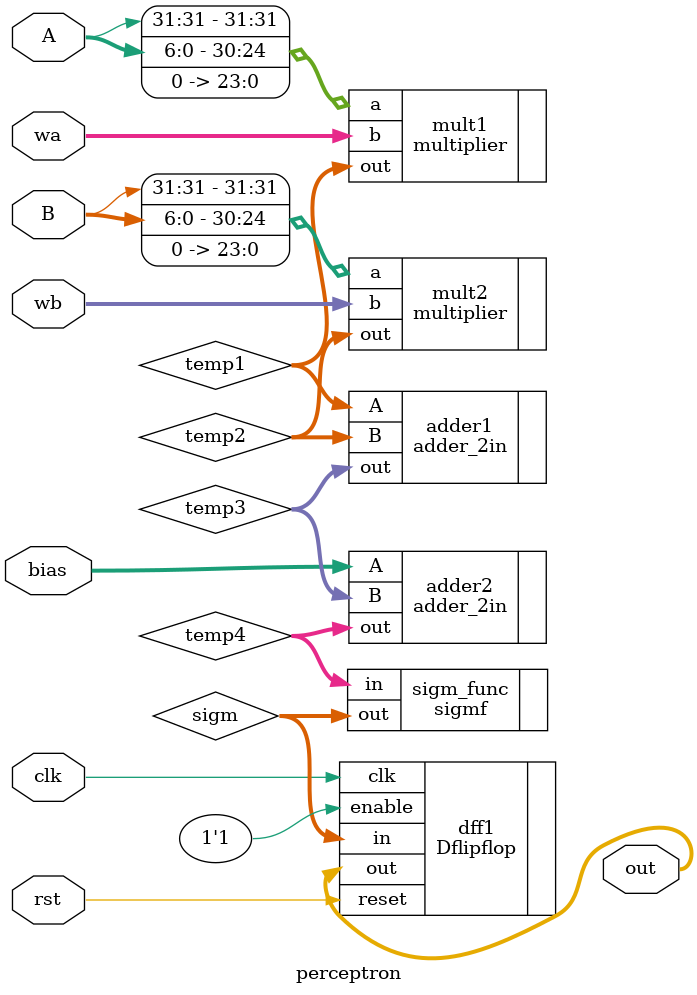
<source format=v>


module perceptron(clk, rst, A, B, wa, wb, bias, out);

parameter DWIDTH=32;
parameter frac=24;
input clk, rst;
input signed [DWIDTH-1:0] A, B, wa, wb, bias;
output signed [DWIDTH-1:0] out;


wire signed [DWIDTH-1:0] temp1, temp2;
wire signed [DWIDTH-1:0] temp3, temp4;
wire signed [DWIDTH-1:0] sigm;

multiplier mult1(.a({A[31],A[6:0],24'h000000}), .b(wa), .out(temp1));
multiplier mult2(.a({B[31],B[6:0],24'h000000}), .b(wb), .out(temp2));
adder_2in adder1(.A(temp1), .B(temp2), .out(temp3));
adder_2in adder2(.A(bias), .B(temp3), .out(temp4));
sigmf sigm_func(.in(temp4), .out(sigm));
Dflipflop dff1(.clk(clk),.reset(rst),.in(sigm),.enable(1'b1),.out(out));

endmodule

</source>
